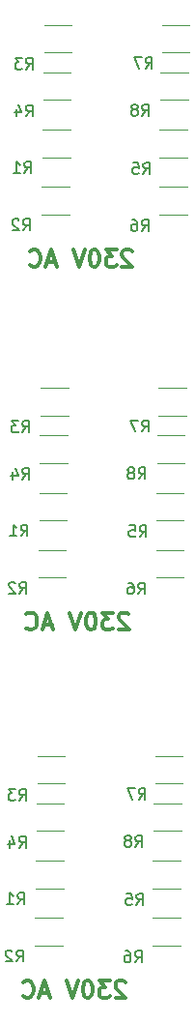
<source format=gbr>
%TF.GenerationSoftware,KiCad,Pcbnew,9.0.0-9.0.0-2~ubuntu22.04.1*%
%TF.CreationDate,2025-03-13T08:20:24+01:00*%
%TF.ProjectId,detec_power,64657465-635f-4706-9f77-65722e6b6963,rev?*%
%TF.SameCoordinates,Original*%
%TF.FileFunction,Legend,Bot*%
%TF.FilePolarity,Positive*%
%FSLAX46Y46*%
G04 Gerber Fmt 4.6, Leading zero omitted, Abs format (unit mm)*
G04 Created by KiCad (PCBNEW 9.0.0-9.0.0-2~ubuntu22.04.1) date 2025-03-13 08:20:24*
%MOMM*%
%LPD*%
G01*
G04 APERTURE LIST*
%ADD10C,0.300000*%
%ADD11C,0.150000*%
%ADD12C,0.120000*%
G04 APERTURE END LIST*
D10*
X143607392Y-95439950D02*
X143535964Y-95368522D01*
X143535964Y-95368522D02*
X143393107Y-95297093D01*
X143393107Y-95297093D02*
X143035964Y-95297093D01*
X143035964Y-95297093D02*
X142893107Y-95368522D01*
X142893107Y-95368522D02*
X142821678Y-95439950D01*
X142821678Y-95439950D02*
X142750249Y-95582807D01*
X142750249Y-95582807D02*
X142750249Y-95725665D01*
X142750249Y-95725665D02*
X142821678Y-95939950D01*
X142821678Y-95939950D02*
X143678821Y-96797093D01*
X143678821Y-96797093D02*
X142750249Y-96797093D01*
X142250250Y-95297093D02*
X141321678Y-95297093D01*
X141321678Y-95297093D02*
X141821678Y-95868522D01*
X141821678Y-95868522D02*
X141607393Y-95868522D01*
X141607393Y-95868522D02*
X141464536Y-95939950D01*
X141464536Y-95939950D02*
X141393107Y-96011379D01*
X141393107Y-96011379D02*
X141321678Y-96154236D01*
X141321678Y-96154236D02*
X141321678Y-96511379D01*
X141321678Y-96511379D02*
X141393107Y-96654236D01*
X141393107Y-96654236D02*
X141464536Y-96725665D01*
X141464536Y-96725665D02*
X141607393Y-96797093D01*
X141607393Y-96797093D02*
X142035964Y-96797093D01*
X142035964Y-96797093D02*
X142178821Y-96725665D01*
X142178821Y-96725665D02*
X142250250Y-96654236D01*
X140393107Y-95297093D02*
X140250250Y-95297093D01*
X140250250Y-95297093D02*
X140107393Y-95368522D01*
X140107393Y-95368522D02*
X140035965Y-95439950D01*
X140035965Y-95439950D02*
X139964536Y-95582807D01*
X139964536Y-95582807D02*
X139893107Y-95868522D01*
X139893107Y-95868522D02*
X139893107Y-96225665D01*
X139893107Y-96225665D02*
X139964536Y-96511379D01*
X139964536Y-96511379D02*
X140035965Y-96654236D01*
X140035965Y-96654236D02*
X140107393Y-96725665D01*
X140107393Y-96725665D02*
X140250250Y-96797093D01*
X140250250Y-96797093D02*
X140393107Y-96797093D01*
X140393107Y-96797093D02*
X140535965Y-96725665D01*
X140535965Y-96725665D02*
X140607393Y-96654236D01*
X140607393Y-96654236D02*
X140678822Y-96511379D01*
X140678822Y-96511379D02*
X140750250Y-96225665D01*
X140750250Y-96225665D02*
X140750250Y-95868522D01*
X140750250Y-95868522D02*
X140678822Y-95582807D01*
X140678822Y-95582807D02*
X140607393Y-95439950D01*
X140607393Y-95439950D02*
X140535965Y-95368522D01*
X140535965Y-95368522D02*
X140393107Y-95297093D01*
X139464536Y-95297093D02*
X138964536Y-96797093D01*
X138964536Y-96797093D02*
X138464536Y-95297093D01*
X136893108Y-96368522D02*
X136178823Y-96368522D01*
X137035965Y-96797093D02*
X136535965Y-95297093D01*
X136535965Y-95297093D02*
X136035965Y-96797093D01*
X134678823Y-96654236D02*
X134750251Y-96725665D01*
X134750251Y-96725665D02*
X134964537Y-96797093D01*
X134964537Y-96797093D02*
X135107394Y-96797093D01*
X135107394Y-96797093D02*
X135321680Y-96725665D01*
X135321680Y-96725665D02*
X135464537Y-96582807D01*
X135464537Y-96582807D02*
X135535966Y-96439950D01*
X135535966Y-96439950D02*
X135607394Y-96154236D01*
X135607394Y-96154236D02*
X135607394Y-95939950D01*
X135607394Y-95939950D02*
X135535966Y-95654236D01*
X135535966Y-95654236D02*
X135464537Y-95511379D01*
X135464537Y-95511379D02*
X135321680Y-95368522D01*
X135321680Y-95368522D02*
X135107394Y-95297093D01*
X135107394Y-95297093D02*
X134964537Y-95297093D01*
X134964537Y-95297093D02*
X134750251Y-95368522D01*
X134750251Y-95368522D02*
X134678823Y-95439950D01*
X143327392Y-127669950D02*
X143255964Y-127598522D01*
X143255964Y-127598522D02*
X143113107Y-127527093D01*
X143113107Y-127527093D02*
X142755964Y-127527093D01*
X142755964Y-127527093D02*
X142613107Y-127598522D01*
X142613107Y-127598522D02*
X142541678Y-127669950D01*
X142541678Y-127669950D02*
X142470249Y-127812807D01*
X142470249Y-127812807D02*
X142470249Y-127955665D01*
X142470249Y-127955665D02*
X142541678Y-128169950D01*
X142541678Y-128169950D02*
X143398821Y-129027093D01*
X143398821Y-129027093D02*
X142470249Y-129027093D01*
X141970250Y-127527093D02*
X141041678Y-127527093D01*
X141041678Y-127527093D02*
X141541678Y-128098522D01*
X141541678Y-128098522D02*
X141327393Y-128098522D01*
X141327393Y-128098522D02*
X141184536Y-128169950D01*
X141184536Y-128169950D02*
X141113107Y-128241379D01*
X141113107Y-128241379D02*
X141041678Y-128384236D01*
X141041678Y-128384236D02*
X141041678Y-128741379D01*
X141041678Y-128741379D02*
X141113107Y-128884236D01*
X141113107Y-128884236D02*
X141184536Y-128955665D01*
X141184536Y-128955665D02*
X141327393Y-129027093D01*
X141327393Y-129027093D02*
X141755964Y-129027093D01*
X141755964Y-129027093D02*
X141898821Y-128955665D01*
X141898821Y-128955665D02*
X141970250Y-128884236D01*
X140113107Y-127527093D02*
X139970250Y-127527093D01*
X139970250Y-127527093D02*
X139827393Y-127598522D01*
X139827393Y-127598522D02*
X139755965Y-127669950D01*
X139755965Y-127669950D02*
X139684536Y-127812807D01*
X139684536Y-127812807D02*
X139613107Y-128098522D01*
X139613107Y-128098522D02*
X139613107Y-128455665D01*
X139613107Y-128455665D02*
X139684536Y-128741379D01*
X139684536Y-128741379D02*
X139755965Y-128884236D01*
X139755965Y-128884236D02*
X139827393Y-128955665D01*
X139827393Y-128955665D02*
X139970250Y-129027093D01*
X139970250Y-129027093D02*
X140113107Y-129027093D01*
X140113107Y-129027093D02*
X140255965Y-128955665D01*
X140255965Y-128955665D02*
X140327393Y-128884236D01*
X140327393Y-128884236D02*
X140398822Y-128741379D01*
X140398822Y-128741379D02*
X140470250Y-128455665D01*
X140470250Y-128455665D02*
X140470250Y-128098522D01*
X140470250Y-128098522D02*
X140398822Y-127812807D01*
X140398822Y-127812807D02*
X140327393Y-127669950D01*
X140327393Y-127669950D02*
X140255965Y-127598522D01*
X140255965Y-127598522D02*
X140113107Y-127527093D01*
X139184536Y-127527093D02*
X138684536Y-129027093D01*
X138684536Y-129027093D02*
X138184536Y-127527093D01*
X136613108Y-128598522D02*
X135898823Y-128598522D01*
X136755965Y-129027093D02*
X136255965Y-127527093D01*
X136255965Y-127527093D02*
X135755965Y-129027093D01*
X134398823Y-128884236D02*
X134470251Y-128955665D01*
X134470251Y-128955665D02*
X134684537Y-129027093D01*
X134684537Y-129027093D02*
X134827394Y-129027093D01*
X134827394Y-129027093D02*
X135041680Y-128955665D01*
X135041680Y-128955665D02*
X135184537Y-128812807D01*
X135184537Y-128812807D02*
X135255966Y-128669950D01*
X135255966Y-128669950D02*
X135327394Y-128384236D01*
X135327394Y-128384236D02*
X135327394Y-128169950D01*
X135327394Y-128169950D02*
X135255966Y-127884236D01*
X135255966Y-127884236D02*
X135184537Y-127741379D01*
X135184537Y-127741379D02*
X135041680Y-127598522D01*
X135041680Y-127598522D02*
X134827394Y-127527093D01*
X134827394Y-127527093D02*
X134684537Y-127527093D01*
X134684537Y-127527093D02*
X134470251Y-127598522D01*
X134470251Y-127598522D02*
X134398823Y-127669950D01*
X143917392Y-63649950D02*
X143845964Y-63578522D01*
X143845964Y-63578522D02*
X143703107Y-63507093D01*
X143703107Y-63507093D02*
X143345964Y-63507093D01*
X143345964Y-63507093D02*
X143203107Y-63578522D01*
X143203107Y-63578522D02*
X143131678Y-63649950D01*
X143131678Y-63649950D02*
X143060249Y-63792807D01*
X143060249Y-63792807D02*
X143060249Y-63935665D01*
X143060249Y-63935665D02*
X143131678Y-64149950D01*
X143131678Y-64149950D02*
X143988821Y-65007093D01*
X143988821Y-65007093D02*
X143060249Y-65007093D01*
X142560250Y-63507093D02*
X141631678Y-63507093D01*
X141631678Y-63507093D02*
X142131678Y-64078522D01*
X142131678Y-64078522D02*
X141917393Y-64078522D01*
X141917393Y-64078522D02*
X141774536Y-64149950D01*
X141774536Y-64149950D02*
X141703107Y-64221379D01*
X141703107Y-64221379D02*
X141631678Y-64364236D01*
X141631678Y-64364236D02*
X141631678Y-64721379D01*
X141631678Y-64721379D02*
X141703107Y-64864236D01*
X141703107Y-64864236D02*
X141774536Y-64935665D01*
X141774536Y-64935665D02*
X141917393Y-65007093D01*
X141917393Y-65007093D02*
X142345964Y-65007093D01*
X142345964Y-65007093D02*
X142488821Y-64935665D01*
X142488821Y-64935665D02*
X142560250Y-64864236D01*
X140703107Y-63507093D02*
X140560250Y-63507093D01*
X140560250Y-63507093D02*
X140417393Y-63578522D01*
X140417393Y-63578522D02*
X140345965Y-63649950D01*
X140345965Y-63649950D02*
X140274536Y-63792807D01*
X140274536Y-63792807D02*
X140203107Y-64078522D01*
X140203107Y-64078522D02*
X140203107Y-64435665D01*
X140203107Y-64435665D02*
X140274536Y-64721379D01*
X140274536Y-64721379D02*
X140345965Y-64864236D01*
X140345965Y-64864236D02*
X140417393Y-64935665D01*
X140417393Y-64935665D02*
X140560250Y-65007093D01*
X140560250Y-65007093D02*
X140703107Y-65007093D01*
X140703107Y-65007093D02*
X140845965Y-64935665D01*
X140845965Y-64935665D02*
X140917393Y-64864236D01*
X140917393Y-64864236D02*
X140988822Y-64721379D01*
X140988822Y-64721379D02*
X141060250Y-64435665D01*
X141060250Y-64435665D02*
X141060250Y-64078522D01*
X141060250Y-64078522D02*
X140988822Y-63792807D01*
X140988822Y-63792807D02*
X140917393Y-63649950D01*
X140917393Y-63649950D02*
X140845965Y-63578522D01*
X140845965Y-63578522D02*
X140703107Y-63507093D01*
X139774536Y-63507093D02*
X139274536Y-65007093D01*
X139274536Y-65007093D02*
X138774536Y-63507093D01*
X137203108Y-64578522D02*
X136488823Y-64578522D01*
X137345965Y-65007093D02*
X136845965Y-63507093D01*
X136845965Y-63507093D02*
X136345965Y-65007093D01*
X134988823Y-64864236D02*
X135060251Y-64935665D01*
X135060251Y-64935665D02*
X135274537Y-65007093D01*
X135274537Y-65007093D02*
X135417394Y-65007093D01*
X135417394Y-65007093D02*
X135631680Y-64935665D01*
X135631680Y-64935665D02*
X135774537Y-64792807D01*
X135774537Y-64792807D02*
X135845966Y-64649950D01*
X135845966Y-64649950D02*
X135917394Y-64364236D01*
X135917394Y-64364236D02*
X135917394Y-64149950D01*
X135917394Y-64149950D02*
X135845966Y-63864236D01*
X135845966Y-63864236D02*
X135774537Y-63721379D01*
X135774537Y-63721379D02*
X135631680Y-63578522D01*
X135631680Y-63578522D02*
X135417394Y-63507093D01*
X135417394Y-63507093D02*
X135274537Y-63507093D01*
X135274537Y-63507093D02*
X135060251Y-63578522D01*
X135060251Y-63578522D02*
X134988823Y-63649950D01*
D11*
X134026666Y-115864819D02*
X134359999Y-115388628D01*
X134598094Y-115864819D02*
X134598094Y-114864819D01*
X134598094Y-114864819D02*
X134217142Y-114864819D01*
X134217142Y-114864819D02*
X134121904Y-114912438D01*
X134121904Y-114912438D02*
X134074285Y-114960057D01*
X134074285Y-114960057D02*
X134026666Y-115055295D01*
X134026666Y-115055295D02*
X134026666Y-115198152D01*
X134026666Y-115198152D02*
X134074285Y-115293390D01*
X134074285Y-115293390D02*
X134121904Y-115341009D01*
X134121904Y-115341009D02*
X134217142Y-115388628D01*
X134217142Y-115388628D02*
X134598094Y-115388628D01*
X133169523Y-115198152D02*
X133169523Y-115864819D01*
X133407618Y-114817200D02*
X133645713Y-115531485D01*
X133645713Y-115531485D02*
X133026666Y-115531485D01*
X145106666Y-47654819D02*
X145439999Y-47178628D01*
X145678094Y-47654819D02*
X145678094Y-46654819D01*
X145678094Y-46654819D02*
X145297142Y-46654819D01*
X145297142Y-46654819D02*
X145201904Y-46702438D01*
X145201904Y-46702438D02*
X145154285Y-46750057D01*
X145154285Y-46750057D02*
X145106666Y-46845295D01*
X145106666Y-46845295D02*
X145106666Y-46988152D01*
X145106666Y-46988152D02*
X145154285Y-47083390D01*
X145154285Y-47083390D02*
X145201904Y-47131009D01*
X145201904Y-47131009D02*
X145297142Y-47178628D01*
X145297142Y-47178628D02*
X145678094Y-47178628D01*
X144773332Y-46654819D02*
X144106666Y-46654819D01*
X144106666Y-46654819D02*
X144535237Y-47654819D01*
X134376666Y-61824819D02*
X134709999Y-61348628D01*
X134948094Y-61824819D02*
X134948094Y-60824819D01*
X134948094Y-60824819D02*
X134567142Y-60824819D01*
X134567142Y-60824819D02*
X134471904Y-60872438D01*
X134471904Y-60872438D02*
X134424285Y-60920057D01*
X134424285Y-60920057D02*
X134376666Y-61015295D01*
X134376666Y-61015295D02*
X134376666Y-61158152D01*
X134376666Y-61158152D02*
X134424285Y-61253390D01*
X134424285Y-61253390D02*
X134471904Y-61301009D01*
X134471904Y-61301009D02*
X134567142Y-61348628D01*
X134567142Y-61348628D02*
X134948094Y-61348628D01*
X133995713Y-60920057D02*
X133948094Y-60872438D01*
X133948094Y-60872438D02*
X133852856Y-60824819D01*
X133852856Y-60824819D02*
X133614761Y-60824819D01*
X133614761Y-60824819D02*
X133519523Y-60872438D01*
X133519523Y-60872438D02*
X133471904Y-60920057D01*
X133471904Y-60920057D02*
X133424285Y-61015295D01*
X133424285Y-61015295D02*
X133424285Y-61110533D01*
X133424285Y-61110533D02*
X133471904Y-61253390D01*
X133471904Y-61253390D02*
X134043332Y-61824819D01*
X134043332Y-61824819D02*
X133424285Y-61824819D01*
X144506666Y-83584819D02*
X144839999Y-83108628D01*
X145078094Y-83584819D02*
X145078094Y-82584819D01*
X145078094Y-82584819D02*
X144697142Y-82584819D01*
X144697142Y-82584819D02*
X144601904Y-82632438D01*
X144601904Y-82632438D02*
X144554285Y-82680057D01*
X144554285Y-82680057D02*
X144506666Y-82775295D01*
X144506666Y-82775295D02*
X144506666Y-82918152D01*
X144506666Y-82918152D02*
X144554285Y-83013390D01*
X144554285Y-83013390D02*
X144601904Y-83061009D01*
X144601904Y-83061009D02*
X144697142Y-83108628D01*
X144697142Y-83108628D02*
X145078094Y-83108628D01*
X143935237Y-83013390D02*
X144030475Y-82965771D01*
X144030475Y-82965771D02*
X144078094Y-82918152D01*
X144078094Y-82918152D02*
X144125713Y-82822914D01*
X144125713Y-82822914D02*
X144125713Y-82775295D01*
X144125713Y-82775295D02*
X144078094Y-82680057D01*
X144078094Y-82680057D02*
X144030475Y-82632438D01*
X144030475Y-82632438D02*
X143935237Y-82584819D01*
X143935237Y-82584819D02*
X143744761Y-82584819D01*
X143744761Y-82584819D02*
X143649523Y-82632438D01*
X143649523Y-82632438D02*
X143601904Y-82680057D01*
X143601904Y-82680057D02*
X143554285Y-82775295D01*
X143554285Y-82775295D02*
X143554285Y-82822914D01*
X143554285Y-82822914D02*
X143601904Y-82918152D01*
X143601904Y-82918152D02*
X143649523Y-82965771D01*
X143649523Y-82965771D02*
X143744761Y-83013390D01*
X143744761Y-83013390D02*
X143935237Y-83013390D01*
X143935237Y-83013390D02*
X144030475Y-83061009D01*
X144030475Y-83061009D02*
X144078094Y-83108628D01*
X144078094Y-83108628D02*
X144125713Y-83203866D01*
X144125713Y-83203866D02*
X144125713Y-83394342D01*
X144125713Y-83394342D02*
X144078094Y-83489580D01*
X144078094Y-83489580D02*
X144030475Y-83537200D01*
X144030475Y-83537200D02*
X143935237Y-83584819D01*
X143935237Y-83584819D02*
X143744761Y-83584819D01*
X143744761Y-83584819D02*
X143649523Y-83537200D01*
X143649523Y-83537200D02*
X143601904Y-83489580D01*
X143601904Y-83489580D02*
X143554285Y-83394342D01*
X143554285Y-83394342D02*
X143554285Y-83203866D01*
X143554285Y-83203866D02*
X143601904Y-83108628D01*
X143601904Y-83108628D02*
X143649523Y-83061009D01*
X143649523Y-83061009D02*
X143744761Y-83013390D01*
X134066666Y-93614819D02*
X134399999Y-93138628D01*
X134638094Y-93614819D02*
X134638094Y-92614819D01*
X134638094Y-92614819D02*
X134257142Y-92614819D01*
X134257142Y-92614819D02*
X134161904Y-92662438D01*
X134161904Y-92662438D02*
X134114285Y-92710057D01*
X134114285Y-92710057D02*
X134066666Y-92805295D01*
X134066666Y-92805295D02*
X134066666Y-92948152D01*
X134066666Y-92948152D02*
X134114285Y-93043390D01*
X134114285Y-93043390D02*
X134161904Y-93091009D01*
X134161904Y-93091009D02*
X134257142Y-93138628D01*
X134257142Y-93138628D02*
X134638094Y-93138628D01*
X133685713Y-92710057D02*
X133638094Y-92662438D01*
X133638094Y-92662438D02*
X133542856Y-92614819D01*
X133542856Y-92614819D02*
X133304761Y-92614819D01*
X133304761Y-92614819D02*
X133209523Y-92662438D01*
X133209523Y-92662438D02*
X133161904Y-92710057D01*
X133161904Y-92710057D02*
X133114285Y-92805295D01*
X133114285Y-92805295D02*
X133114285Y-92900533D01*
X133114285Y-92900533D02*
X133161904Y-93043390D01*
X133161904Y-93043390D02*
X133733332Y-93614819D01*
X133733332Y-93614819D02*
X133114285Y-93614819D01*
X134616666Y-51844819D02*
X134949999Y-51368628D01*
X135188094Y-51844819D02*
X135188094Y-50844819D01*
X135188094Y-50844819D02*
X134807142Y-50844819D01*
X134807142Y-50844819D02*
X134711904Y-50892438D01*
X134711904Y-50892438D02*
X134664285Y-50940057D01*
X134664285Y-50940057D02*
X134616666Y-51035295D01*
X134616666Y-51035295D02*
X134616666Y-51178152D01*
X134616666Y-51178152D02*
X134664285Y-51273390D01*
X134664285Y-51273390D02*
X134711904Y-51321009D01*
X134711904Y-51321009D02*
X134807142Y-51368628D01*
X134807142Y-51368628D02*
X135188094Y-51368628D01*
X133759523Y-51178152D02*
X133759523Y-51844819D01*
X133997618Y-50797200D02*
X134235713Y-51511485D01*
X134235713Y-51511485D02*
X133616666Y-51511485D01*
X144516666Y-111674819D02*
X144849999Y-111198628D01*
X145088094Y-111674819D02*
X145088094Y-110674819D01*
X145088094Y-110674819D02*
X144707142Y-110674819D01*
X144707142Y-110674819D02*
X144611904Y-110722438D01*
X144611904Y-110722438D02*
X144564285Y-110770057D01*
X144564285Y-110770057D02*
X144516666Y-110865295D01*
X144516666Y-110865295D02*
X144516666Y-111008152D01*
X144516666Y-111008152D02*
X144564285Y-111103390D01*
X144564285Y-111103390D02*
X144611904Y-111151009D01*
X144611904Y-111151009D02*
X144707142Y-111198628D01*
X144707142Y-111198628D02*
X145088094Y-111198628D01*
X144183332Y-110674819D02*
X143516666Y-110674819D01*
X143516666Y-110674819D02*
X143945237Y-111674819D01*
X134306666Y-83634819D02*
X134639999Y-83158628D01*
X134878094Y-83634819D02*
X134878094Y-82634819D01*
X134878094Y-82634819D02*
X134497142Y-82634819D01*
X134497142Y-82634819D02*
X134401904Y-82682438D01*
X134401904Y-82682438D02*
X134354285Y-82730057D01*
X134354285Y-82730057D02*
X134306666Y-82825295D01*
X134306666Y-82825295D02*
X134306666Y-82968152D01*
X134306666Y-82968152D02*
X134354285Y-83063390D01*
X134354285Y-83063390D02*
X134401904Y-83111009D01*
X134401904Y-83111009D02*
X134497142Y-83158628D01*
X134497142Y-83158628D02*
X134878094Y-83158628D01*
X133449523Y-82968152D02*
X133449523Y-83634819D01*
X133687618Y-82587200D02*
X133925713Y-83301485D01*
X133925713Y-83301485D02*
X133306666Y-83301485D01*
X133906666Y-120824819D02*
X134239999Y-120348628D01*
X134478094Y-120824819D02*
X134478094Y-119824819D01*
X134478094Y-119824819D02*
X134097142Y-119824819D01*
X134097142Y-119824819D02*
X134001904Y-119872438D01*
X134001904Y-119872438D02*
X133954285Y-119920057D01*
X133954285Y-119920057D02*
X133906666Y-120015295D01*
X133906666Y-120015295D02*
X133906666Y-120158152D01*
X133906666Y-120158152D02*
X133954285Y-120253390D01*
X133954285Y-120253390D02*
X134001904Y-120301009D01*
X134001904Y-120301009D02*
X134097142Y-120348628D01*
X134097142Y-120348628D02*
X134478094Y-120348628D01*
X132954285Y-120824819D02*
X133525713Y-120824819D01*
X133239999Y-120824819D02*
X133239999Y-119824819D01*
X133239999Y-119824819D02*
X133335237Y-119967676D01*
X133335237Y-119967676D02*
X133430475Y-120062914D01*
X133430475Y-120062914D02*
X133525713Y-120110533D01*
X134186666Y-88594819D02*
X134519999Y-88118628D01*
X134758094Y-88594819D02*
X134758094Y-87594819D01*
X134758094Y-87594819D02*
X134377142Y-87594819D01*
X134377142Y-87594819D02*
X134281904Y-87642438D01*
X134281904Y-87642438D02*
X134234285Y-87690057D01*
X134234285Y-87690057D02*
X134186666Y-87785295D01*
X134186666Y-87785295D02*
X134186666Y-87928152D01*
X134186666Y-87928152D02*
X134234285Y-88023390D01*
X134234285Y-88023390D02*
X134281904Y-88071009D01*
X134281904Y-88071009D02*
X134377142Y-88118628D01*
X134377142Y-88118628D02*
X134758094Y-88118628D01*
X133234285Y-88594819D02*
X133805713Y-88594819D01*
X133519999Y-88594819D02*
X133519999Y-87594819D01*
X133519999Y-87594819D02*
X133615237Y-87737676D01*
X133615237Y-87737676D02*
X133710475Y-87832914D01*
X133710475Y-87832914D02*
X133805713Y-87880533D01*
X134616666Y-47714819D02*
X134949999Y-47238628D01*
X135188094Y-47714819D02*
X135188094Y-46714819D01*
X135188094Y-46714819D02*
X134807142Y-46714819D01*
X134807142Y-46714819D02*
X134711904Y-46762438D01*
X134711904Y-46762438D02*
X134664285Y-46810057D01*
X134664285Y-46810057D02*
X134616666Y-46905295D01*
X134616666Y-46905295D02*
X134616666Y-47048152D01*
X134616666Y-47048152D02*
X134664285Y-47143390D01*
X134664285Y-47143390D02*
X134711904Y-47191009D01*
X134711904Y-47191009D02*
X134807142Y-47238628D01*
X134807142Y-47238628D02*
X135188094Y-47238628D01*
X134283332Y-46714819D02*
X133664285Y-46714819D01*
X133664285Y-46714819D02*
X133997618Y-47095771D01*
X133997618Y-47095771D02*
X133854761Y-47095771D01*
X133854761Y-47095771D02*
X133759523Y-47143390D01*
X133759523Y-47143390D02*
X133711904Y-47191009D01*
X133711904Y-47191009D02*
X133664285Y-47286247D01*
X133664285Y-47286247D02*
X133664285Y-47524342D01*
X133664285Y-47524342D02*
X133711904Y-47619580D01*
X133711904Y-47619580D02*
X133759523Y-47667200D01*
X133759523Y-47667200D02*
X133854761Y-47714819D01*
X133854761Y-47714819D02*
X134140475Y-47714819D01*
X134140475Y-47714819D02*
X134235713Y-47667200D01*
X134235713Y-47667200D02*
X134283332Y-47619580D01*
X134026666Y-111734819D02*
X134359999Y-111258628D01*
X134598094Y-111734819D02*
X134598094Y-110734819D01*
X134598094Y-110734819D02*
X134217142Y-110734819D01*
X134217142Y-110734819D02*
X134121904Y-110782438D01*
X134121904Y-110782438D02*
X134074285Y-110830057D01*
X134074285Y-110830057D02*
X134026666Y-110925295D01*
X134026666Y-110925295D02*
X134026666Y-111068152D01*
X134026666Y-111068152D02*
X134074285Y-111163390D01*
X134074285Y-111163390D02*
X134121904Y-111211009D01*
X134121904Y-111211009D02*
X134217142Y-111258628D01*
X134217142Y-111258628D02*
X134598094Y-111258628D01*
X133693332Y-110734819D02*
X133074285Y-110734819D01*
X133074285Y-110734819D02*
X133407618Y-111115771D01*
X133407618Y-111115771D02*
X133264761Y-111115771D01*
X133264761Y-111115771D02*
X133169523Y-111163390D01*
X133169523Y-111163390D02*
X133121904Y-111211009D01*
X133121904Y-111211009D02*
X133074285Y-111306247D01*
X133074285Y-111306247D02*
X133074285Y-111544342D01*
X133074285Y-111544342D02*
X133121904Y-111639580D01*
X133121904Y-111639580D02*
X133169523Y-111687200D01*
X133169523Y-111687200D02*
X133264761Y-111734819D01*
X133264761Y-111734819D02*
X133550475Y-111734819D01*
X133550475Y-111734819D02*
X133645713Y-111687200D01*
X133645713Y-111687200D02*
X133693332Y-111639580D01*
X144606666Y-88664819D02*
X144939999Y-88188628D01*
X145178094Y-88664819D02*
X145178094Y-87664819D01*
X145178094Y-87664819D02*
X144797142Y-87664819D01*
X144797142Y-87664819D02*
X144701904Y-87712438D01*
X144701904Y-87712438D02*
X144654285Y-87760057D01*
X144654285Y-87760057D02*
X144606666Y-87855295D01*
X144606666Y-87855295D02*
X144606666Y-87998152D01*
X144606666Y-87998152D02*
X144654285Y-88093390D01*
X144654285Y-88093390D02*
X144701904Y-88141009D01*
X144701904Y-88141009D02*
X144797142Y-88188628D01*
X144797142Y-88188628D02*
X145178094Y-88188628D01*
X143701904Y-87664819D02*
X144178094Y-87664819D01*
X144178094Y-87664819D02*
X144225713Y-88141009D01*
X144225713Y-88141009D02*
X144178094Y-88093390D01*
X144178094Y-88093390D02*
X144082856Y-88045771D01*
X144082856Y-88045771D02*
X143844761Y-88045771D01*
X143844761Y-88045771D02*
X143749523Y-88093390D01*
X143749523Y-88093390D02*
X143701904Y-88141009D01*
X143701904Y-88141009D02*
X143654285Y-88236247D01*
X143654285Y-88236247D02*
X143654285Y-88474342D01*
X143654285Y-88474342D02*
X143701904Y-88569580D01*
X143701904Y-88569580D02*
X143749523Y-88617200D01*
X143749523Y-88617200D02*
X143844761Y-88664819D01*
X143844761Y-88664819D02*
X144082856Y-88664819D01*
X144082856Y-88664819D02*
X144178094Y-88617200D01*
X144178094Y-88617200D02*
X144225713Y-88569580D01*
X144466666Y-93674819D02*
X144799999Y-93198628D01*
X145038094Y-93674819D02*
X145038094Y-92674819D01*
X145038094Y-92674819D02*
X144657142Y-92674819D01*
X144657142Y-92674819D02*
X144561904Y-92722438D01*
X144561904Y-92722438D02*
X144514285Y-92770057D01*
X144514285Y-92770057D02*
X144466666Y-92865295D01*
X144466666Y-92865295D02*
X144466666Y-93008152D01*
X144466666Y-93008152D02*
X144514285Y-93103390D01*
X144514285Y-93103390D02*
X144561904Y-93151009D01*
X144561904Y-93151009D02*
X144657142Y-93198628D01*
X144657142Y-93198628D02*
X145038094Y-93198628D01*
X143609523Y-92674819D02*
X143799999Y-92674819D01*
X143799999Y-92674819D02*
X143895237Y-92722438D01*
X143895237Y-92722438D02*
X143942856Y-92770057D01*
X143942856Y-92770057D02*
X144038094Y-92912914D01*
X144038094Y-92912914D02*
X144085713Y-93103390D01*
X144085713Y-93103390D02*
X144085713Y-93484342D01*
X144085713Y-93484342D02*
X144038094Y-93579580D01*
X144038094Y-93579580D02*
X143990475Y-93627200D01*
X143990475Y-93627200D02*
X143895237Y-93674819D01*
X143895237Y-93674819D02*
X143704761Y-93674819D01*
X143704761Y-93674819D02*
X143609523Y-93627200D01*
X143609523Y-93627200D02*
X143561904Y-93579580D01*
X143561904Y-93579580D02*
X143514285Y-93484342D01*
X143514285Y-93484342D02*
X143514285Y-93246247D01*
X143514285Y-93246247D02*
X143561904Y-93151009D01*
X143561904Y-93151009D02*
X143609523Y-93103390D01*
X143609523Y-93103390D02*
X143704761Y-93055771D01*
X143704761Y-93055771D02*
X143895237Y-93055771D01*
X143895237Y-93055771D02*
X143990475Y-93103390D01*
X143990475Y-93103390D02*
X144038094Y-93151009D01*
X144038094Y-93151009D02*
X144085713Y-93246247D01*
X144226666Y-115814819D02*
X144559999Y-115338628D01*
X144798094Y-115814819D02*
X144798094Y-114814819D01*
X144798094Y-114814819D02*
X144417142Y-114814819D01*
X144417142Y-114814819D02*
X144321904Y-114862438D01*
X144321904Y-114862438D02*
X144274285Y-114910057D01*
X144274285Y-114910057D02*
X144226666Y-115005295D01*
X144226666Y-115005295D02*
X144226666Y-115148152D01*
X144226666Y-115148152D02*
X144274285Y-115243390D01*
X144274285Y-115243390D02*
X144321904Y-115291009D01*
X144321904Y-115291009D02*
X144417142Y-115338628D01*
X144417142Y-115338628D02*
X144798094Y-115338628D01*
X143655237Y-115243390D02*
X143750475Y-115195771D01*
X143750475Y-115195771D02*
X143798094Y-115148152D01*
X143798094Y-115148152D02*
X143845713Y-115052914D01*
X143845713Y-115052914D02*
X143845713Y-115005295D01*
X143845713Y-115005295D02*
X143798094Y-114910057D01*
X143798094Y-114910057D02*
X143750475Y-114862438D01*
X143750475Y-114862438D02*
X143655237Y-114814819D01*
X143655237Y-114814819D02*
X143464761Y-114814819D01*
X143464761Y-114814819D02*
X143369523Y-114862438D01*
X143369523Y-114862438D02*
X143321904Y-114910057D01*
X143321904Y-114910057D02*
X143274285Y-115005295D01*
X143274285Y-115005295D02*
X143274285Y-115052914D01*
X143274285Y-115052914D02*
X143321904Y-115148152D01*
X143321904Y-115148152D02*
X143369523Y-115195771D01*
X143369523Y-115195771D02*
X143464761Y-115243390D01*
X143464761Y-115243390D02*
X143655237Y-115243390D01*
X143655237Y-115243390D02*
X143750475Y-115291009D01*
X143750475Y-115291009D02*
X143798094Y-115338628D01*
X143798094Y-115338628D02*
X143845713Y-115433866D01*
X143845713Y-115433866D02*
X143845713Y-115624342D01*
X143845713Y-115624342D02*
X143798094Y-115719580D01*
X143798094Y-115719580D02*
X143750475Y-115767200D01*
X143750475Y-115767200D02*
X143655237Y-115814819D01*
X143655237Y-115814819D02*
X143464761Y-115814819D01*
X143464761Y-115814819D02*
X143369523Y-115767200D01*
X143369523Y-115767200D02*
X143321904Y-115719580D01*
X143321904Y-115719580D02*
X143274285Y-115624342D01*
X143274285Y-115624342D02*
X143274285Y-115433866D01*
X143274285Y-115433866D02*
X143321904Y-115338628D01*
X143321904Y-115338628D02*
X143369523Y-115291009D01*
X143369523Y-115291009D02*
X143464761Y-115243390D01*
X144816666Y-51794819D02*
X145149999Y-51318628D01*
X145388094Y-51794819D02*
X145388094Y-50794819D01*
X145388094Y-50794819D02*
X145007142Y-50794819D01*
X145007142Y-50794819D02*
X144911904Y-50842438D01*
X144911904Y-50842438D02*
X144864285Y-50890057D01*
X144864285Y-50890057D02*
X144816666Y-50985295D01*
X144816666Y-50985295D02*
X144816666Y-51128152D01*
X144816666Y-51128152D02*
X144864285Y-51223390D01*
X144864285Y-51223390D02*
X144911904Y-51271009D01*
X144911904Y-51271009D02*
X145007142Y-51318628D01*
X145007142Y-51318628D02*
X145388094Y-51318628D01*
X144245237Y-51223390D02*
X144340475Y-51175771D01*
X144340475Y-51175771D02*
X144388094Y-51128152D01*
X144388094Y-51128152D02*
X144435713Y-51032914D01*
X144435713Y-51032914D02*
X144435713Y-50985295D01*
X144435713Y-50985295D02*
X144388094Y-50890057D01*
X144388094Y-50890057D02*
X144340475Y-50842438D01*
X144340475Y-50842438D02*
X144245237Y-50794819D01*
X144245237Y-50794819D02*
X144054761Y-50794819D01*
X144054761Y-50794819D02*
X143959523Y-50842438D01*
X143959523Y-50842438D02*
X143911904Y-50890057D01*
X143911904Y-50890057D02*
X143864285Y-50985295D01*
X143864285Y-50985295D02*
X143864285Y-51032914D01*
X143864285Y-51032914D02*
X143911904Y-51128152D01*
X143911904Y-51128152D02*
X143959523Y-51175771D01*
X143959523Y-51175771D02*
X144054761Y-51223390D01*
X144054761Y-51223390D02*
X144245237Y-51223390D01*
X144245237Y-51223390D02*
X144340475Y-51271009D01*
X144340475Y-51271009D02*
X144388094Y-51318628D01*
X144388094Y-51318628D02*
X144435713Y-51413866D01*
X144435713Y-51413866D02*
X144435713Y-51604342D01*
X144435713Y-51604342D02*
X144388094Y-51699580D01*
X144388094Y-51699580D02*
X144340475Y-51747200D01*
X144340475Y-51747200D02*
X144245237Y-51794819D01*
X144245237Y-51794819D02*
X144054761Y-51794819D01*
X144054761Y-51794819D02*
X143959523Y-51747200D01*
X143959523Y-51747200D02*
X143911904Y-51699580D01*
X143911904Y-51699580D02*
X143864285Y-51604342D01*
X143864285Y-51604342D02*
X143864285Y-51413866D01*
X143864285Y-51413866D02*
X143911904Y-51318628D01*
X143911904Y-51318628D02*
X143959523Y-51271009D01*
X143959523Y-51271009D02*
X144054761Y-51223390D01*
X144776666Y-61884819D02*
X145109999Y-61408628D01*
X145348094Y-61884819D02*
X145348094Y-60884819D01*
X145348094Y-60884819D02*
X144967142Y-60884819D01*
X144967142Y-60884819D02*
X144871904Y-60932438D01*
X144871904Y-60932438D02*
X144824285Y-60980057D01*
X144824285Y-60980057D02*
X144776666Y-61075295D01*
X144776666Y-61075295D02*
X144776666Y-61218152D01*
X144776666Y-61218152D02*
X144824285Y-61313390D01*
X144824285Y-61313390D02*
X144871904Y-61361009D01*
X144871904Y-61361009D02*
X144967142Y-61408628D01*
X144967142Y-61408628D02*
X145348094Y-61408628D01*
X143919523Y-60884819D02*
X144109999Y-60884819D01*
X144109999Y-60884819D02*
X144205237Y-60932438D01*
X144205237Y-60932438D02*
X144252856Y-60980057D01*
X144252856Y-60980057D02*
X144348094Y-61122914D01*
X144348094Y-61122914D02*
X144395713Y-61313390D01*
X144395713Y-61313390D02*
X144395713Y-61694342D01*
X144395713Y-61694342D02*
X144348094Y-61789580D01*
X144348094Y-61789580D02*
X144300475Y-61837200D01*
X144300475Y-61837200D02*
X144205237Y-61884819D01*
X144205237Y-61884819D02*
X144014761Y-61884819D01*
X144014761Y-61884819D02*
X143919523Y-61837200D01*
X143919523Y-61837200D02*
X143871904Y-61789580D01*
X143871904Y-61789580D02*
X143824285Y-61694342D01*
X143824285Y-61694342D02*
X143824285Y-61456247D01*
X143824285Y-61456247D02*
X143871904Y-61361009D01*
X143871904Y-61361009D02*
X143919523Y-61313390D01*
X143919523Y-61313390D02*
X144014761Y-61265771D01*
X144014761Y-61265771D02*
X144205237Y-61265771D01*
X144205237Y-61265771D02*
X144300475Y-61313390D01*
X144300475Y-61313390D02*
X144348094Y-61361009D01*
X144348094Y-61361009D02*
X144395713Y-61456247D01*
X144326666Y-120894819D02*
X144659999Y-120418628D01*
X144898094Y-120894819D02*
X144898094Y-119894819D01*
X144898094Y-119894819D02*
X144517142Y-119894819D01*
X144517142Y-119894819D02*
X144421904Y-119942438D01*
X144421904Y-119942438D02*
X144374285Y-119990057D01*
X144374285Y-119990057D02*
X144326666Y-120085295D01*
X144326666Y-120085295D02*
X144326666Y-120228152D01*
X144326666Y-120228152D02*
X144374285Y-120323390D01*
X144374285Y-120323390D02*
X144421904Y-120371009D01*
X144421904Y-120371009D02*
X144517142Y-120418628D01*
X144517142Y-120418628D02*
X144898094Y-120418628D01*
X143421904Y-119894819D02*
X143898094Y-119894819D01*
X143898094Y-119894819D02*
X143945713Y-120371009D01*
X143945713Y-120371009D02*
X143898094Y-120323390D01*
X143898094Y-120323390D02*
X143802856Y-120275771D01*
X143802856Y-120275771D02*
X143564761Y-120275771D01*
X143564761Y-120275771D02*
X143469523Y-120323390D01*
X143469523Y-120323390D02*
X143421904Y-120371009D01*
X143421904Y-120371009D02*
X143374285Y-120466247D01*
X143374285Y-120466247D02*
X143374285Y-120704342D01*
X143374285Y-120704342D02*
X143421904Y-120799580D01*
X143421904Y-120799580D02*
X143469523Y-120847200D01*
X143469523Y-120847200D02*
X143564761Y-120894819D01*
X143564761Y-120894819D02*
X143802856Y-120894819D01*
X143802856Y-120894819D02*
X143898094Y-120847200D01*
X143898094Y-120847200D02*
X143945713Y-120799580D01*
X144796666Y-79444819D02*
X145129999Y-78968628D01*
X145368094Y-79444819D02*
X145368094Y-78444819D01*
X145368094Y-78444819D02*
X144987142Y-78444819D01*
X144987142Y-78444819D02*
X144891904Y-78492438D01*
X144891904Y-78492438D02*
X144844285Y-78540057D01*
X144844285Y-78540057D02*
X144796666Y-78635295D01*
X144796666Y-78635295D02*
X144796666Y-78778152D01*
X144796666Y-78778152D02*
X144844285Y-78873390D01*
X144844285Y-78873390D02*
X144891904Y-78921009D01*
X144891904Y-78921009D02*
X144987142Y-78968628D01*
X144987142Y-78968628D02*
X145368094Y-78968628D01*
X144463332Y-78444819D02*
X143796666Y-78444819D01*
X143796666Y-78444819D02*
X144225237Y-79444819D01*
X144186666Y-125904819D02*
X144519999Y-125428628D01*
X144758094Y-125904819D02*
X144758094Y-124904819D01*
X144758094Y-124904819D02*
X144377142Y-124904819D01*
X144377142Y-124904819D02*
X144281904Y-124952438D01*
X144281904Y-124952438D02*
X144234285Y-125000057D01*
X144234285Y-125000057D02*
X144186666Y-125095295D01*
X144186666Y-125095295D02*
X144186666Y-125238152D01*
X144186666Y-125238152D02*
X144234285Y-125333390D01*
X144234285Y-125333390D02*
X144281904Y-125381009D01*
X144281904Y-125381009D02*
X144377142Y-125428628D01*
X144377142Y-125428628D02*
X144758094Y-125428628D01*
X143329523Y-124904819D02*
X143519999Y-124904819D01*
X143519999Y-124904819D02*
X143615237Y-124952438D01*
X143615237Y-124952438D02*
X143662856Y-125000057D01*
X143662856Y-125000057D02*
X143758094Y-125142914D01*
X143758094Y-125142914D02*
X143805713Y-125333390D01*
X143805713Y-125333390D02*
X143805713Y-125714342D01*
X143805713Y-125714342D02*
X143758094Y-125809580D01*
X143758094Y-125809580D02*
X143710475Y-125857200D01*
X143710475Y-125857200D02*
X143615237Y-125904819D01*
X143615237Y-125904819D02*
X143424761Y-125904819D01*
X143424761Y-125904819D02*
X143329523Y-125857200D01*
X143329523Y-125857200D02*
X143281904Y-125809580D01*
X143281904Y-125809580D02*
X143234285Y-125714342D01*
X143234285Y-125714342D02*
X143234285Y-125476247D01*
X143234285Y-125476247D02*
X143281904Y-125381009D01*
X143281904Y-125381009D02*
X143329523Y-125333390D01*
X143329523Y-125333390D02*
X143424761Y-125285771D01*
X143424761Y-125285771D02*
X143615237Y-125285771D01*
X143615237Y-125285771D02*
X143710475Y-125333390D01*
X143710475Y-125333390D02*
X143758094Y-125381009D01*
X143758094Y-125381009D02*
X143805713Y-125476247D01*
X134496666Y-56804819D02*
X134829999Y-56328628D01*
X135068094Y-56804819D02*
X135068094Y-55804819D01*
X135068094Y-55804819D02*
X134687142Y-55804819D01*
X134687142Y-55804819D02*
X134591904Y-55852438D01*
X134591904Y-55852438D02*
X134544285Y-55900057D01*
X134544285Y-55900057D02*
X134496666Y-55995295D01*
X134496666Y-55995295D02*
X134496666Y-56138152D01*
X134496666Y-56138152D02*
X134544285Y-56233390D01*
X134544285Y-56233390D02*
X134591904Y-56281009D01*
X134591904Y-56281009D02*
X134687142Y-56328628D01*
X134687142Y-56328628D02*
X135068094Y-56328628D01*
X133544285Y-56804819D02*
X134115713Y-56804819D01*
X133829999Y-56804819D02*
X133829999Y-55804819D01*
X133829999Y-55804819D02*
X133925237Y-55947676D01*
X133925237Y-55947676D02*
X134020475Y-56042914D01*
X134020475Y-56042914D02*
X134115713Y-56090533D01*
X134306666Y-79504819D02*
X134639999Y-79028628D01*
X134878094Y-79504819D02*
X134878094Y-78504819D01*
X134878094Y-78504819D02*
X134497142Y-78504819D01*
X134497142Y-78504819D02*
X134401904Y-78552438D01*
X134401904Y-78552438D02*
X134354285Y-78600057D01*
X134354285Y-78600057D02*
X134306666Y-78695295D01*
X134306666Y-78695295D02*
X134306666Y-78838152D01*
X134306666Y-78838152D02*
X134354285Y-78933390D01*
X134354285Y-78933390D02*
X134401904Y-78981009D01*
X134401904Y-78981009D02*
X134497142Y-79028628D01*
X134497142Y-79028628D02*
X134878094Y-79028628D01*
X133973332Y-78504819D02*
X133354285Y-78504819D01*
X133354285Y-78504819D02*
X133687618Y-78885771D01*
X133687618Y-78885771D02*
X133544761Y-78885771D01*
X133544761Y-78885771D02*
X133449523Y-78933390D01*
X133449523Y-78933390D02*
X133401904Y-78981009D01*
X133401904Y-78981009D02*
X133354285Y-79076247D01*
X133354285Y-79076247D02*
X133354285Y-79314342D01*
X133354285Y-79314342D02*
X133401904Y-79409580D01*
X133401904Y-79409580D02*
X133449523Y-79457200D01*
X133449523Y-79457200D02*
X133544761Y-79504819D01*
X133544761Y-79504819D02*
X133830475Y-79504819D01*
X133830475Y-79504819D02*
X133925713Y-79457200D01*
X133925713Y-79457200D02*
X133973332Y-79409580D01*
X144916666Y-56874819D02*
X145249999Y-56398628D01*
X145488094Y-56874819D02*
X145488094Y-55874819D01*
X145488094Y-55874819D02*
X145107142Y-55874819D01*
X145107142Y-55874819D02*
X145011904Y-55922438D01*
X145011904Y-55922438D02*
X144964285Y-55970057D01*
X144964285Y-55970057D02*
X144916666Y-56065295D01*
X144916666Y-56065295D02*
X144916666Y-56208152D01*
X144916666Y-56208152D02*
X144964285Y-56303390D01*
X144964285Y-56303390D02*
X145011904Y-56351009D01*
X145011904Y-56351009D02*
X145107142Y-56398628D01*
X145107142Y-56398628D02*
X145488094Y-56398628D01*
X144011904Y-55874819D02*
X144488094Y-55874819D01*
X144488094Y-55874819D02*
X144535713Y-56351009D01*
X144535713Y-56351009D02*
X144488094Y-56303390D01*
X144488094Y-56303390D02*
X144392856Y-56255771D01*
X144392856Y-56255771D02*
X144154761Y-56255771D01*
X144154761Y-56255771D02*
X144059523Y-56303390D01*
X144059523Y-56303390D02*
X144011904Y-56351009D01*
X144011904Y-56351009D02*
X143964285Y-56446247D01*
X143964285Y-56446247D02*
X143964285Y-56684342D01*
X143964285Y-56684342D02*
X144011904Y-56779580D01*
X144011904Y-56779580D02*
X144059523Y-56827200D01*
X144059523Y-56827200D02*
X144154761Y-56874819D01*
X144154761Y-56874819D02*
X144392856Y-56874819D01*
X144392856Y-56874819D02*
X144488094Y-56827200D01*
X144488094Y-56827200D02*
X144535713Y-56779580D01*
X133786666Y-125844819D02*
X134119999Y-125368628D01*
X134358094Y-125844819D02*
X134358094Y-124844819D01*
X134358094Y-124844819D02*
X133977142Y-124844819D01*
X133977142Y-124844819D02*
X133881904Y-124892438D01*
X133881904Y-124892438D02*
X133834285Y-124940057D01*
X133834285Y-124940057D02*
X133786666Y-125035295D01*
X133786666Y-125035295D02*
X133786666Y-125178152D01*
X133786666Y-125178152D02*
X133834285Y-125273390D01*
X133834285Y-125273390D02*
X133881904Y-125321009D01*
X133881904Y-125321009D02*
X133977142Y-125368628D01*
X133977142Y-125368628D02*
X134358094Y-125368628D01*
X133405713Y-124940057D02*
X133358094Y-124892438D01*
X133358094Y-124892438D02*
X133262856Y-124844819D01*
X133262856Y-124844819D02*
X133024761Y-124844819D01*
X133024761Y-124844819D02*
X132929523Y-124892438D01*
X132929523Y-124892438D02*
X132881904Y-124940057D01*
X132881904Y-124940057D02*
X132834285Y-125035295D01*
X132834285Y-125035295D02*
X132834285Y-125130533D01*
X132834285Y-125130533D02*
X132881904Y-125273390D01*
X132881904Y-125273390D02*
X133453332Y-125844819D01*
X133453332Y-125844819D02*
X132834285Y-125844819D01*
D12*
%TO.C,R4*%
X135570000Y-112020000D02*
X137970000Y-112020000D01*
X135570000Y-114420000D02*
X137970000Y-114420000D01*
%TO.C,R7*%
X146580000Y-43850000D02*
X148980000Y-43850000D01*
X146580000Y-46250000D02*
X148980000Y-46250000D01*
%TO.C,R2*%
X136010000Y-58020000D02*
X138410000Y-58020000D01*
X136010000Y-60420000D02*
X138410000Y-60420000D01*
%TO.C,R8*%
X146120000Y-79780000D02*
X148520000Y-79780000D01*
X146120000Y-82180000D02*
X148520000Y-82180000D01*
%TO.C,R2*%
X135700000Y-89810000D02*
X138100000Y-89810000D01*
X135700000Y-92210000D02*
X138100000Y-92210000D01*
%TO.C,R4*%
X136160000Y-48000000D02*
X138560000Y-48000000D01*
X136160000Y-50400000D02*
X138560000Y-50400000D01*
%TO.C,R7*%
X145990000Y-107870000D02*
X148390000Y-107870000D01*
X145990000Y-110270000D02*
X148390000Y-110270000D01*
%TO.C,R4*%
X135850000Y-79790000D02*
X138250000Y-79790000D01*
X135850000Y-82190000D02*
X138250000Y-82190000D01*
%TO.C,R1*%
X135510000Y-117040000D02*
X137910000Y-117040000D01*
X135510000Y-119440000D02*
X137910000Y-119440000D01*
X135790000Y-84810000D02*
X138190000Y-84810000D01*
X135790000Y-87210000D02*
X138190000Y-87210000D01*
%TO.C,R3*%
X136250000Y-43850000D02*
X138650000Y-43850000D01*
X136250000Y-46250000D02*
X138650000Y-46250000D01*
X135660000Y-107870000D02*
X138060000Y-107870000D01*
X135660000Y-110270000D02*
X138060000Y-110270000D01*
%TO.C,R5*%
X146050000Y-84810000D02*
X148450000Y-84810000D01*
X146050000Y-87210000D02*
X148450000Y-87210000D01*
%TO.C,R6*%
X146030000Y-89800000D02*
X148430000Y-89800000D01*
X146030000Y-92200000D02*
X148430000Y-92200000D01*
%TO.C,R8*%
X145840000Y-112010000D02*
X148240000Y-112010000D01*
X145840000Y-114410000D02*
X148240000Y-114410000D01*
X146430000Y-47990000D02*
X148830000Y-47990000D01*
X146430000Y-50390000D02*
X148830000Y-50390000D01*
%TO.C,R6*%
X146340000Y-58010000D02*
X148740000Y-58010000D01*
X146340000Y-60410000D02*
X148740000Y-60410000D01*
%TO.C,R5*%
X145770000Y-117040000D02*
X148170000Y-117040000D01*
X145770000Y-119440000D02*
X148170000Y-119440000D01*
%TO.C,R7*%
X146270000Y-75640000D02*
X148670000Y-75640000D01*
X146270000Y-78040000D02*
X148670000Y-78040000D01*
%TO.C,R6*%
X145750000Y-122030000D02*
X148150000Y-122030000D01*
X145750000Y-124430000D02*
X148150000Y-124430000D01*
%TO.C,R1*%
X136100000Y-53020000D02*
X138500000Y-53020000D01*
X136100000Y-55420000D02*
X138500000Y-55420000D01*
%TO.C,R3*%
X135940000Y-75640000D02*
X138340000Y-75640000D01*
X135940000Y-78040000D02*
X138340000Y-78040000D01*
%TO.C,R5*%
X146360000Y-53020000D02*
X148760000Y-53020000D01*
X146360000Y-55420000D02*
X148760000Y-55420000D01*
%TO.C,R2*%
X135420000Y-122040000D02*
X137820000Y-122040000D01*
X135420000Y-124440000D02*
X137820000Y-124440000D01*
%TD*%
M02*

</source>
